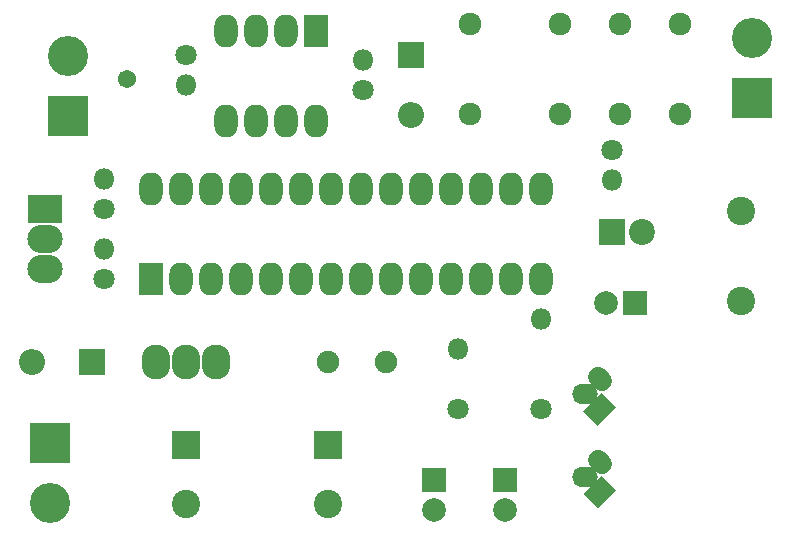
<source format=gbr>
G04 #@! TF.FileFunction,Soldermask,Bot*
%FSLAX46Y46*%
G04 Gerber Fmt 4.6, Leading zero omitted, Abs format (unit mm)*
G04 Created by KiCad (PCBNEW 4.0.5) date Friday, 24 March 2017 'AMt' 09:48:18*
%MOMM*%
%LPD*%
G01*
G04 APERTURE LIST*
%ADD10C,0.100000*%
%ADD11R,2.000000X2.800000*%
%ADD12O,2.000000X2.800000*%
%ADD13C,2.400000*%
%ADD14R,2.400000X2.400000*%
%ADD15R,2.000000X2.000000*%
%ADD16C,2.000000*%
%ADD17R,2.200000X2.200000*%
%ADD18O,2.200000X2.200000*%
%ADD19C,1.800000*%
%ADD20O,1.800000X1.800000*%
%ADD21O,1.924000X1.924000*%
%ADD22O,2.432000X2.940000*%
%ADD23C,1.900000*%
%ADD24C,2.200000*%
%ADD25O,2.200000X1.700000*%
%ADD26C,1.700000*%
%ADD27R,3.000000X2.400000*%
%ADD28O,3.000000X2.400000*%
%ADD29C,1.543000*%
%ADD30R,3.400000X3.400000*%
%ADD31C,3.400000*%
G04 APERTURE END LIST*
D10*
D11*
X115000000Y-120000000D03*
D12*
X148020000Y-112380000D03*
X117540000Y-120000000D03*
X145480000Y-112380000D03*
X120080000Y-120000000D03*
X142940000Y-112380000D03*
X122620000Y-120000000D03*
X140400000Y-112380000D03*
X125160000Y-120000000D03*
X137860000Y-112380000D03*
X127700000Y-120000000D03*
X135320000Y-112380000D03*
X130240000Y-120000000D03*
X132780000Y-112380000D03*
X132780000Y-120000000D03*
X130240000Y-112380000D03*
X135320000Y-120000000D03*
X127700000Y-112380000D03*
X137860000Y-120000000D03*
X125160000Y-112380000D03*
X140400000Y-120000000D03*
X122620000Y-112380000D03*
X142940000Y-120000000D03*
X120080000Y-112380000D03*
X145480000Y-120000000D03*
X117540000Y-112380000D03*
X148020000Y-120000000D03*
X115000000Y-112380000D03*
D13*
X165000000Y-121799840D03*
X165000000Y-114200160D03*
D14*
X118000000Y-134000000D03*
D13*
X118000000Y-139000000D03*
D14*
X130000000Y-134000000D03*
D13*
X130000000Y-139000000D03*
D15*
X156000000Y-122000000D03*
D16*
X153500000Y-122000000D03*
D15*
X139000000Y-137000000D03*
D16*
X139000000Y-139500000D03*
D15*
X145000000Y-137000000D03*
D16*
X145000000Y-139500000D03*
D17*
X137000000Y-101000000D03*
D18*
X137000000Y-106080000D03*
D17*
X110000000Y-127000000D03*
D18*
X104920000Y-127000000D03*
D19*
X118000000Y-101000000D03*
D20*
X118000000Y-103540000D03*
D19*
X154000000Y-109000000D03*
D20*
X154000000Y-111540000D03*
D19*
X111000000Y-114000000D03*
D20*
X111000000Y-111460000D03*
D21*
X142000000Y-106000000D03*
X149620000Y-106000000D03*
X154700000Y-106000000D03*
X159780000Y-106000000D03*
X159780000Y-98380000D03*
X154700000Y-98380000D03*
X149620000Y-98380000D03*
X142000000Y-98380000D03*
D22*
X118000000Y-127000000D03*
X120540000Y-127000000D03*
X115460000Y-127000000D03*
D11*
X129000000Y-99000000D03*
D12*
X121380000Y-106620000D03*
X126460000Y-99000000D03*
X123920000Y-106620000D03*
X123920000Y-99000000D03*
X126460000Y-106620000D03*
X121380000Y-99000000D03*
X129000000Y-106620000D03*
D23*
X130000000Y-127000000D03*
X134900000Y-127000000D03*
D17*
X154000000Y-116000000D03*
D24*
X156540000Y-116000000D03*
D25*
X151730000Y-129730000D03*
D10*
G36*
X154378858Y-130823223D02*
X152823223Y-132378858D01*
X151621142Y-131176777D01*
X153176777Y-129621142D01*
X154378858Y-130823223D01*
X154378858Y-130823223D01*
G37*
D26*
X153176777Y-128636777D02*
X152823223Y-128283223D01*
D25*
X151730000Y-136730000D03*
D10*
G36*
X154378858Y-137823223D02*
X152823223Y-139378858D01*
X151621142Y-138176777D01*
X153176777Y-136621142D01*
X154378858Y-137823223D01*
X154378858Y-137823223D01*
G37*
D26*
X153176777Y-135636777D02*
X152823223Y-135283223D01*
D19*
X133000000Y-104000000D03*
D20*
X133000000Y-101460000D03*
D19*
X111000000Y-120000000D03*
D20*
X111000000Y-117460000D03*
D27*
X106000000Y-114000000D03*
D28*
X106000000Y-116540000D03*
X106000000Y-119080000D03*
D29*
X113000000Y-103000000D03*
D19*
X148000000Y-131000000D03*
D20*
X148000000Y-123380000D03*
D19*
X141000000Y-131000000D03*
D20*
X141000000Y-125920000D03*
D30*
X106426000Y-133858000D03*
D31*
X106426000Y-138938000D03*
D30*
X165862000Y-104648000D03*
D31*
X165862000Y-99568000D03*
D30*
X107950000Y-106172000D03*
D31*
X107950000Y-101092000D03*
M02*

</source>
